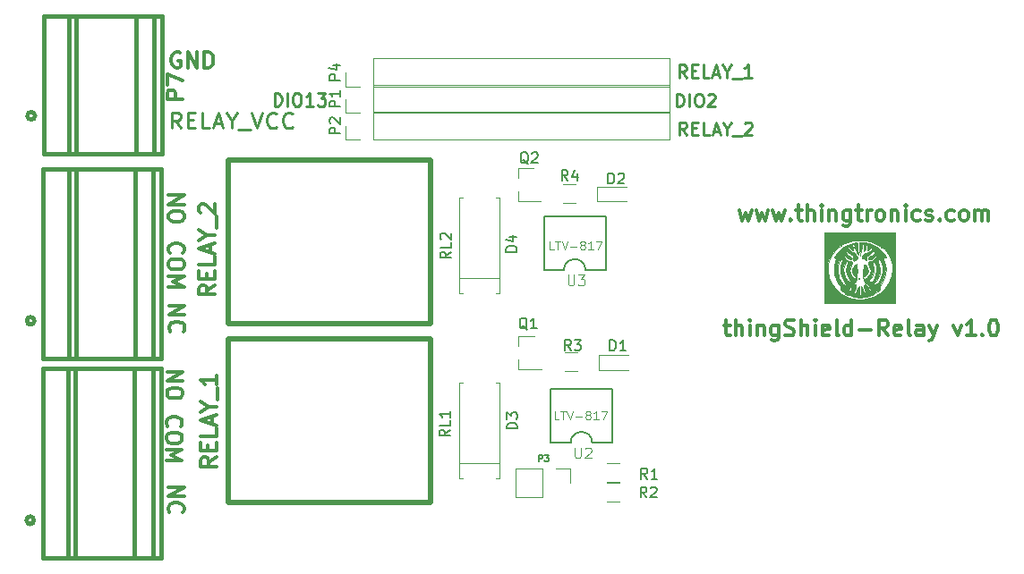
<source format=gbr>
G04 #@! TF.FileFunction,Legend,Top*
%FSLAX46Y46*%
G04 Gerber Fmt 4.6, Leading zero omitted, Abs format (unit mm)*
G04 Created by KiCad (PCBNEW 4.0.4-stable) date 04/20/17 14:33:44*
%MOMM*%
%LPD*%
G01*
G04 APERTURE LIST*
%ADD10C,0.100000*%
%ADD11C,0.300000*%
%ADD12C,0.250000*%
%ADD13C,0.120000*%
%ADD14C,0.500000*%
%ADD15C,0.152400*%
%ADD16C,0.381000*%
%ADD17C,0.010000*%
%ADD18C,0.150000*%
%ADD19C,0.050000*%
G04 APERTURE END LIST*
D10*
D11*
X213972856Y-70918571D02*
X214258570Y-71918571D01*
X214544284Y-71204286D01*
X214829999Y-71918571D01*
X215115713Y-70918571D01*
X215544285Y-70918571D02*
X215829999Y-71918571D01*
X216115713Y-71204286D01*
X216401428Y-71918571D01*
X216687142Y-70918571D01*
X217115714Y-70918571D02*
X217401428Y-71918571D01*
X217687142Y-71204286D01*
X217972857Y-71918571D01*
X218258571Y-70918571D01*
X218830000Y-71775714D02*
X218901428Y-71847143D01*
X218830000Y-71918571D01*
X218758571Y-71847143D01*
X218830000Y-71775714D01*
X218830000Y-71918571D01*
X219330000Y-70918571D02*
X219901429Y-70918571D01*
X219544286Y-70418571D02*
X219544286Y-71704286D01*
X219615714Y-71847143D01*
X219758572Y-71918571D01*
X219901429Y-71918571D01*
X220401429Y-71918571D02*
X220401429Y-70418571D01*
X221044286Y-71918571D02*
X221044286Y-71132857D01*
X220972857Y-70990000D01*
X220830000Y-70918571D01*
X220615715Y-70918571D01*
X220472857Y-70990000D01*
X220401429Y-71061429D01*
X221758572Y-71918571D02*
X221758572Y-70918571D01*
X221758572Y-70418571D02*
X221687143Y-70490000D01*
X221758572Y-70561429D01*
X221830000Y-70490000D01*
X221758572Y-70418571D01*
X221758572Y-70561429D01*
X222472858Y-70918571D02*
X222472858Y-71918571D01*
X222472858Y-71061429D02*
X222544286Y-70990000D01*
X222687144Y-70918571D01*
X222901429Y-70918571D01*
X223044286Y-70990000D01*
X223115715Y-71132857D01*
X223115715Y-71918571D01*
X224472858Y-70918571D02*
X224472858Y-72132857D01*
X224401429Y-72275714D01*
X224330001Y-72347143D01*
X224187144Y-72418571D01*
X223972858Y-72418571D01*
X223830001Y-72347143D01*
X224472858Y-71847143D02*
X224330001Y-71918571D01*
X224044287Y-71918571D01*
X223901429Y-71847143D01*
X223830001Y-71775714D01*
X223758572Y-71632857D01*
X223758572Y-71204286D01*
X223830001Y-71061429D01*
X223901429Y-70990000D01*
X224044287Y-70918571D01*
X224330001Y-70918571D01*
X224472858Y-70990000D01*
X224972858Y-70918571D02*
X225544287Y-70918571D01*
X225187144Y-70418571D02*
X225187144Y-71704286D01*
X225258572Y-71847143D01*
X225401430Y-71918571D01*
X225544287Y-71918571D01*
X226044287Y-71918571D02*
X226044287Y-70918571D01*
X226044287Y-71204286D02*
X226115715Y-71061429D01*
X226187144Y-70990000D01*
X226330001Y-70918571D01*
X226472858Y-70918571D01*
X227187144Y-71918571D02*
X227044286Y-71847143D01*
X226972858Y-71775714D01*
X226901429Y-71632857D01*
X226901429Y-71204286D01*
X226972858Y-71061429D01*
X227044286Y-70990000D01*
X227187144Y-70918571D01*
X227401429Y-70918571D01*
X227544286Y-70990000D01*
X227615715Y-71061429D01*
X227687144Y-71204286D01*
X227687144Y-71632857D01*
X227615715Y-71775714D01*
X227544286Y-71847143D01*
X227401429Y-71918571D01*
X227187144Y-71918571D01*
X228330001Y-70918571D02*
X228330001Y-71918571D01*
X228330001Y-71061429D02*
X228401429Y-70990000D01*
X228544287Y-70918571D01*
X228758572Y-70918571D01*
X228901429Y-70990000D01*
X228972858Y-71132857D01*
X228972858Y-71918571D01*
X229687144Y-71918571D02*
X229687144Y-70918571D01*
X229687144Y-70418571D02*
X229615715Y-70490000D01*
X229687144Y-70561429D01*
X229758572Y-70490000D01*
X229687144Y-70418571D01*
X229687144Y-70561429D01*
X231044287Y-71847143D02*
X230901430Y-71918571D01*
X230615716Y-71918571D01*
X230472858Y-71847143D01*
X230401430Y-71775714D01*
X230330001Y-71632857D01*
X230330001Y-71204286D01*
X230401430Y-71061429D01*
X230472858Y-70990000D01*
X230615716Y-70918571D01*
X230901430Y-70918571D01*
X231044287Y-70990000D01*
X231615715Y-71847143D02*
X231758572Y-71918571D01*
X232044287Y-71918571D01*
X232187144Y-71847143D01*
X232258572Y-71704286D01*
X232258572Y-71632857D01*
X232187144Y-71490000D01*
X232044287Y-71418571D01*
X231830001Y-71418571D01*
X231687144Y-71347143D01*
X231615715Y-71204286D01*
X231615715Y-71132857D01*
X231687144Y-70990000D01*
X231830001Y-70918571D01*
X232044287Y-70918571D01*
X232187144Y-70990000D01*
X232901430Y-71775714D02*
X232972858Y-71847143D01*
X232901430Y-71918571D01*
X232830001Y-71847143D01*
X232901430Y-71775714D01*
X232901430Y-71918571D01*
X234258573Y-71847143D02*
X234115716Y-71918571D01*
X233830002Y-71918571D01*
X233687144Y-71847143D01*
X233615716Y-71775714D01*
X233544287Y-71632857D01*
X233544287Y-71204286D01*
X233615716Y-71061429D01*
X233687144Y-70990000D01*
X233830002Y-70918571D01*
X234115716Y-70918571D01*
X234258573Y-70990000D01*
X235115716Y-71918571D02*
X234972858Y-71847143D01*
X234901430Y-71775714D01*
X234830001Y-71632857D01*
X234830001Y-71204286D01*
X234901430Y-71061429D01*
X234972858Y-70990000D01*
X235115716Y-70918571D01*
X235330001Y-70918571D01*
X235472858Y-70990000D01*
X235544287Y-71061429D01*
X235615716Y-71204286D01*
X235615716Y-71632857D01*
X235544287Y-71775714D01*
X235472858Y-71847143D01*
X235330001Y-71918571D01*
X235115716Y-71918571D01*
X236258573Y-71918571D02*
X236258573Y-70918571D01*
X236258573Y-71061429D02*
X236330001Y-70990000D01*
X236472859Y-70918571D01*
X236687144Y-70918571D01*
X236830001Y-70990000D01*
X236901430Y-71132857D01*
X236901430Y-71918571D01*
X236901430Y-71132857D02*
X236972859Y-70990000D01*
X237115716Y-70918571D01*
X237330001Y-70918571D01*
X237472859Y-70990000D01*
X237544287Y-71132857D01*
X237544287Y-71918571D01*
X212514286Y-81798571D02*
X213085715Y-81798571D01*
X212728572Y-81298571D02*
X212728572Y-82584286D01*
X212800000Y-82727143D01*
X212942858Y-82798571D01*
X213085715Y-82798571D01*
X213585715Y-82798571D02*
X213585715Y-81298571D01*
X214228572Y-82798571D02*
X214228572Y-82012857D01*
X214157143Y-81870000D01*
X214014286Y-81798571D01*
X213800001Y-81798571D01*
X213657143Y-81870000D01*
X213585715Y-81941429D01*
X214942858Y-82798571D02*
X214942858Y-81798571D01*
X214942858Y-81298571D02*
X214871429Y-81370000D01*
X214942858Y-81441429D01*
X215014286Y-81370000D01*
X214942858Y-81298571D01*
X214942858Y-81441429D01*
X215657144Y-81798571D02*
X215657144Y-82798571D01*
X215657144Y-81941429D02*
X215728572Y-81870000D01*
X215871430Y-81798571D01*
X216085715Y-81798571D01*
X216228572Y-81870000D01*
X216300001Y-82012857D01*
X216300001Y-82798571D01*
X217657144Y-81798571D02*
X217657144Y-83012857D01*
X217585715Y-83155714D01*
X217514287Y-83227143D01*
X217371430Y-83298571D01*
X217157144Y-83298571D01*
X217014287Y-83227143D01*
X217657144Y-82727143D02*
X217514287Y-82798571D01*
X217228573Y-82798571D01*
X217085715Y-82727143D01*
X217014287Y-82655714D01*
X216942858Y-82512857D01*
X216942858Y-82084286D01*
X217014287Y-81941429D01*
X217085715Y-81870000D01*
X217228573Y-81798571D01*
X217514287Y-81798571D01*
X217657144Y-81870000D01*
X218300001Y-82727143D02*
X218514287Y-82798571D01*
X218871430Y-82798571D01*
X219014287Y-82727143D01*
X219085716Y-82655714D01*
X219157144Y-82512857D01*
X219157144Y-82370000D01*
X219085716Y-82227143D01*
X219014287Y-82155714D01*
X218871430Y-82084286D01*
X218585716Y-82012857D01*
X218442858Y-81941429D01*
X218371430Y-81870000D01*
X218300001Y-81727143D01*
X218300001Y-81584286D01*
X218371430Y-81441429D01*
X218442858Y-81370000D01*
X218585716Y-81298571D01*
X218942858Y-81298571D01*
X219157144Y-81370000D01*
X219800001Y-82798571D02*
X219800001Y-81298571D01*
X220442858Y-82798571D02*
X220442858Y-82012857D01*
X220371429Y-81870000D01*
X220228572Y-81798571D01*
X220014287Y-81798571D01*
X219871429Y-81870000D01*
X219800001Y-81941429D01*
X221157144Y-82798571D02*
X221157144Y-81798571D01*
X221157144Y-81298571D02*
X221085715Y-81370000D01*
X221157144Y-81441429D01*
X221228572Y-81370000D01*
X221157144Y-81298571D01*
X221157144Y-81441429D01*
X222442858Y-82727143D02*
X222300001Y-82798571D01*
X222014287Y-82798571D01*
X221871430Y-82727143D01*
X221800001Y-82584286D01*
X221800001Y-82012857D01*
X221871430Y-81870000D01*
X222014287Y-81798571D01*
X222300001Y-81798571D01*
X222442858Y-81870000D01*
X222514287Y-82012857D01*
X222514287Y-82155714D01*
X221800001Y-82298571D01*
X223371430Y-82798571D02*
X223228572Y-82727143D01*
X223157144Y-82584286D01*
X223157144Y-81298571D01*
X224585715Y-82798571D02*
X224585715Y-81298571D01*
X224585715Y-82727143D02*
X224442858Y-82798571D01*
X224157144Y-82798571D01*
X224014286Y-82727143D01*
X223942858Y-82655714D01*
X223871429Y-82512857D01*
X223871429Y-82084286D01*
X223942858Y-81941429D01*
X224014286Y-81870000D01*
X224157144Y-81798571D01*
X224442858Y-81798571D01*
X224585715Y-81870000D01*
X225300001Y-82227143D02*
X226442858Y-82227143D01*
X228014287Y-82798571D02*
X227514287Y-82084286D01*
X227157144Y-82798571D02*
X227157144Y-81298571D01*
X227728572Y-81298571D01*
X227871430Y-81370000D01*
X227942858Y-81441429D01*
X228014287Y-81584286D01*
X228014287Y-81798571D01*
X227942858Y-81941429D01*
X227871430Y-82012857D01*
X227728572Y-82084286D01*
X227157144Y-82084286D01*
X229228572Y-82727143D02*
X229085715Y-82798571D01*
X228800001Y-82798571D01*
X228657144Y-82727143D01*
X228585715Y-82584286D01*
X228585715Y-82012857D01*
X228657144Y-81870000D01*
X228800001Y-81798571D01*
X229085715Y-81798571D01*
X229228572Y-81870000D01*
X229300001Y-82012857D01*
X229300001Y-82155714D01*
X228585715Y-82298571D01*
X230157144Y-82798571D02*
X230014286Y-82727143D01*
X229942858Y-82584286D01*
X229942858Y-81298571D01*
X231371429Y-82798571D02*
X231371429Y-82012857D01*
X231300000Y-81870000D01*
X231157143Y-81798571D01*
X230871429Y-81798571D01*
X230728572Y-81870000D01*
X231371429Y-82727143D02*
X231228572Y-82798571D01*
X230871429Y-82798571D01*
X230728572Y-82727143D01*
X230657143Y-82584286D01*
X230657143Y-82441429D01*
X230728572Y-82298571D01*
X230871429Y-82227143D01*
X231228572Y-82227143D01*
X231371429Y-82155714D01*
X231942858Y-81798571D02*
X232300001Y-82798571D01*
X232657143Y-81798571D02*
X232300001Y-82798571D01*
X232157143Y-83155714D01*
X232085715Y-83227143D01*
X231942858Y-83298571D01*
X234228572Y-81798571D02*
X234585715Y-82798571D01*
X234942857Y-81798571D01*
X236300000Y-82798571D02*
X235442857Y-82798571D01*
X235871429Y-82798571D02*
X235871429Y-81298571D01*
X235728572Y-81512857D01*
X235585714Y-81655714D01*
X235442857Y-81727143D01*
X236942857Y-82655714D02*
X237014285Y-82727143D01*
X236942857Y-82798571D01*
X236871428Y-82727143D01*
X236942857Y-82655714D01*
X236942857Y-82798571D01*
X237942857Y-81298571D02*
X238085714Y-81298571D01*
X238228571Y-81370000D01*
X238300000Y-81441429D01*
X238371429Y-81584286D01*
X238442857Y-81870000D01*
X238442857Y-82227143D01*
X238371429Y-82512857D01*
X238300000Y-82655714D01*
X238228571Y-82727143D01*
X238085714Y-82798571D01*
X237942857Y-82798571D01*
X237800000Y-82727143D01*
X237728571Y-82655714D01*
X237657143Y-82512857D01*
X237585714Y-82227143D01*
X237585714Y-81870000D01*
X237657143Y-81584286D01*
X237728571Y-81441429D01*
X237800000Y-81370000D01*
X237942857Y-81298571D01*
D12*
X169998571Y-61052857D02*
X169998571Y-59852857D01*
X170284286Y-59852857D01*
X170455714Y-59910000D01*
X170570000Y-60024286D01*
X170627143Y-60138571D01*
X170684286Y-60367143D01*
X170684286Y-60538571D01*
X170627143Y-60767143D01*
X170570000Y-60881429D01*
X170455714Y-60995714D01*
X170284286Y-61052857D01*
X169998571Y-61052857D01*
X171198571Y-61052857D02*
X171198571Y-59852857D01*
X171998572Y-59852857D02*
X172227143Y-59852857D01*
X172341429Y-59910000D01*
X172455715Y-60024286D01*
X172512857Y-60252857D01*
X172512857Y-60652857D01*
X172455715Y-60881429D01*
X172341429Y-60995714D01*
X172227143Y-61052857D01*
X171998572Y-61052857D01*
X171884286Y-60995714D01*
X171770000Y-60881429D01*
X171712857Y-60652857D01*
X171712857Y-60252857D01*
X171770000Y-60024286D01*
X171884286Y-59910000D01*
X171998572Y-59852857D01*
X173655715Y-61052857D02*
X172970000Y-61052857D01*
X173312858Y-61052857D02*
X173312858Y-59852857D01*
X173198572Y-60024286D01*
X173084286Y-60138571D01*
X172970000Y-60195714D01*
X174055715Y-59852857D02*
X174798572Y-59852857D01*
X174398572Y-60310000D01*
X174570000Y-60310000D01*
X174684286Y-60367143D01*
X174741429Y-60424286D01*
X174798572Y-60538571D01*
X174798572Y-60824286D01*
X174741429Y-60938571D01*
X174684286Y-60995714D01*
X174570000Y-61052857D01*
X174227143Y-61052857D01*
X174112857Y-60995714D01*
X174055715Y-60938571D01*
X208030000Y-61102857D02*
X208030000Y-59902857D01*
X208315715Y-59902857D01*
X208487143Y-59960000D01*
X208601429Y-60074286D01*
X208658572Y-60188571D01*
X208715715Y-60417143D01*
X208715715Y-60588571D01*
X208658572Y-60817143D01*
X208601429Y-60931429D01*
X208487143Y-61045714D01*
X208315715Y-61102857D01*
X208030000Y-61102857D01*
X209230000Y-61102857D02*
X209230000Y-59902857D01*
X210030001Y-59902857D02*
X210258572Y-59902857D01*
X210372858Y-59960000D01*
X210487144Y-60074286D01*
X210544286Y-60302857D01*
X210544286Y-60702857D01*
X210487144Y-60931429D01*
X210372858Y-61045714D01*
X210258572Y-61102857D01*
X210030001Y-61102857D01*
X209915715Y-61045714D01*
X209801429Y-60931429D01*
X209744286Y-60702857D01*
X209744286Y-60302857D01*
X209801429Y-60074286D01*
X209915715Y-59960000D01*
X210030001Y-59902857D01*
X211001429Y-60017143D02*
X211058572Y-59960000D01*
X211172858Y-59902857D01*
X211458572Y-59902857D01*
X211572858Y-59960000D01*
X211630001Y-60017143D01*
X211687144Y-60131429D01*
X211687144Y-60245714D01*
X211630001Y-60417143D01*
X210944287Y-61102857D01*
X211687144Y-61102857D01*
X208985715Y-63792857D02*
X208585715Y-63221429D01*
X208300000Y-63792857D02*
X208300000Y-62592857D01*
X208757143Y-62592857D01*
X208871429Y-62650000D01*
X208928572Y-62707143D01*
X208985715Y-62821429D01*
X208985715Y-62992857D01*
X208928572Y-63107143D01*
X208871429Y-63164286D01*
X208757143Y-63221429D01*
X208300000Y-63221429D01*
X209500000Y-63164286D02*
X209900000Y-63164286D01*
X210071429Y-63792857D02*
X209500000Y-63792857D01*
X209500000Y-62592857D01*
X210071429Y-62592857D01*
X211157143Y-63792857D02*
X210585714Y-63792857D01*
X210585714Y-62592857D01*
X211500000Y-63450000D02*
X212071429Y-63450000D01*
X211385715Y-63792857D02*
X211785715Y-62592857D01*
X212185715Y-63792857D01*
X212814286Y-63221429D02*
X212814286Y-63792857D01*
X212414286Y-62592857D02*
X212814286Y-63221429D01*
X213214286Y-62592857D01*
X213328571Y-63907143D02*
X214242857Y-63907143D01*
X214471428Y-62707143D02*
X214528571Y-62650000D01*
X214642857Y-62592857D01*
X214928571Y-62592857D01*
X215042857Y-62650000D01*
X215100000Y-62707143D01*
X215157143Y-62821429D01*
X215157143Y-62935714D01*
X215100000Y-63107143D01*
X214414286Y-63792857D01*
X215157143Y-63792857D01*
X208945715Y-58352857D02*
X208545715Y-57781429D01*
X208260000Y-58352857D02*
X208260000Y-57152857D01*
X208717143Y-57152857D01*
X208831429Y-57210000D01*
X208888572Y-57267143D01*
X208945715Y-57381429D01*
X208945715Y-57552857D01*
X208888572Y-57667143D01*
X208831429Y-57724286D01*
X208717143Y-57781429D01*
X208260000Y-57781429D01*
X209460000Y-57724286D02*
X209860000Y-57724286D01*
X210031429Y-58352857D02*
X209460000Y-58352857D01*
X209460000Y-57152857D01*
X210031429Y-57152857D01*
X211117143Y-58352857D02*
X210545714Y-58352857D01*
X210545714Y-57152857D01*
X211460000Y-58010000D02*
X212031429Y-58010000D01*
X211345715Y-58352857D02*
X211745715Y-57152857D01*
X212145715Y-58352857D01*
X212774286Y-57781429D02*
X212774286Y-58352857D01*
X212374286Y-57152857D02*
X212774286Y-57781429D01*
X213174286Y-57152857D01*
X213288571Y-58467143D02*
X214202857Y-58467143D01*
X215117143Y-58352857D02*
X214431428Y-58352857D01*
X214774286Y-58352857D02*
X214774286Y-57152857D01*
X214660000Y-57324286D01*
X214545714Y-57438571D01*
X214431428Y-57495714D01*
X161148572Y-63168571D02*
X160648572Y-62454286D01*
X160291429Y-63168571D02*
X160291429Y-61668571D01*
X160862857Y-61668571D01*
X161005715Y-61740000D01*
X161077143Y-61811429D01*
X161148572Y-61954286D01*
X161148572Y-62168571D01*
X161077143Y-62311429D01*
X161005715Y-62382857D01*
X160862857Y-62454286D01*
X160291429Y-62454286D01*
X161791429Y-62382857D02*
X162291429Y-62382857D01*
X162505715Y-63168571D02*
X161791429Y-63168571D01*
X161791429Y-61668571D01*
X162505715Y-61668571D01*
X163862858Y-63168571D02*
X163148572Y-63168571D01*
X163148572Y-61668571D01*
X164291429Y-62740000D02*
X165005715Y-62740000D01*
X164148572Y-63168571D02*
X164648572Y-61668571D01*
X165148572Y-63168571D01*
X165934286Y-62454286D02*
X165934286Y-63168571D01*
X165434286Y-61668571D02*
X165934286Y-62454286D01*
X166434286Y-61668571D01*
X166577143Y-63311429D02*
X167720000Y-63311429D01*
X167862857Y-61668571D02*
X168362857Y-63168571D01*
X168862857Y-61668571D01*
X170220000Y-63025714D02*
X170148571Y-63097143D01*
X169934285Y-63168571D01*
X169791428Y-63168571D01*
X169577143Y-63097143D01*
X169434285Y-62954286D01*
X169362857Y-62811429D01*
X169291428Y-62525714D01*
X169291428Y-62311429D01*
X169362857Y-62025714D01*
X169434285Y-61882857D01*
X169577143Y-61740000D01*
X169791428Y-61668571D01*
X169934285Y-61668571D01*
X170148571Y-61740000D01*
X170220000Y-61811429D01*
X171720000Y-63025714D02*
X171648571Y-63097143D01*
X171434285Y-63168571D01*
X171291428Y-63168571D01*
X171077143Y-63097143D01*
X170934285Y-62954286D01*
X170862857Y-62811429D01*
X170791428Y-62525714D01*
X170791428Y-62311429D01*
X170862857Y-62025714D01*
X170934285Y-61882857D01*
X171077143Y-61740000D01*
X171291428Y-61668571D01*
X171434285Y-61668571D01*
X171648571Y-61740000D01*
X171720000Y-61811429D01*
D11*
X161077143Y-56010000D02*
X160934286Y-55938571D01*
X160720000Y-55938571D01*
X160505715Y-56010000D01*
X160362857Y-56152857D01*
X160291429Y-56295714D01*
X160220000Y-56581429D01*
X160220000Y-56795714D01*
X160291429Y-57081429D01*
X160362857Y-57224286D01*
X160505715Y-57367143D01*
X160720000Y-57438571D01*
X160862857Y-57438571D01*
X161077143Y-57367143D01*
X161148572Y-57295714D01*
X161148572Y-56795714D01*
X160862857Y-56795714D01*
X161791429Y-57438571D02*
X161791429Y-55938571D01*
X162648572Y-57438571D01*
X162648572Y-55938571D01*
X163362858Y-57438571D02*
X163362858Y-55938571D01*
X163720001Y-55938571D01*
X163934286Y-56010000D01*
X164077144Y-56152857D01*
X164148572Y-56295714D01*
X164220001Y-56581429D01*
X164220001Y-56795714D01*
X164148572Y-57081429D01*
X164077144Y-57224286D01*
X163934286Y-57367143D01*
X163720001Y-57438571D01*
X163362858Y-57438571D01*
X160011429Y-79981429D02*
X161511429Y-79981429D01*
X160011429Y-80838572D01*
X161511429Y-80838572D01*
X160154286Y-82410001D02*
X160082857Y-82338572D01*
X160011429Y-82124286D01*
X160011429Y-81981429D01*
X160082857Y-81767144D01*
X160225714Y-81624286D01*
X160368571Y-81552858D01*
X160654286Y-81481429D01*
X160868571Y-81481429D01*
X161154286Y-81552858D01*
X161297143Y-81624286D01*
X161440000Y-81767144D01*
X161511429Y-81981429D01*
X161511429Y-82124286D01*
X161440000Y-82338572D01*
X161368571Y-82410001D01*
X159904286Y-91401429D02*
X159832857Y-91330000D01*
X159761429Y-91115714D01*
X159761429Y-90972857D01*
X159832857Y-90758572D01*
X159975714Y-90615714D01*
X160118571Y-90544286D01*
X160404286Y-90472857D01*
X160618571Y-90472857D01*
X160904286Y-90544286D01*
X161047143Y-90615714D01*
X161190000Y-90758572D01*
X161261429Y-90972857D01*
X161261429Y-91115714D01*
X161190000Y-91330000D01*
X161118571Y-91401429D01*
X161261429Y-92330000D02*
X161261429Y-92615714D01*
X161190000Y-92758572D01*
X161047143Y-92901429D01*
X160761429Y-92972857D01*
X160261429Y-92972857D01*
X159975714Y-92901429D01*
X159832857Y-92758572D01*
X159761429Y-92615714D01*
X159761429Y-92330000D01*
X159832857Y-92187143D01*
X159975714Y-92044286D01*
X160261429Y-91972857D01*
X160761429Y-91972857D01*
X161047143Y-92044286D01*
X161190000Y-92187143D01*
X161261429Y-92330000D01*
X159761429Y-93615715D02*
X161261429Y-93615715D01*
X160190000Y-94115715D01*
X161261429Y-94615715D01*
X159761429Y-94615715D01*
X159981429Y-69515714D02*
X161481429Y-69515714D01*
X159981429Y-70372857D01*
X161481429Y-70372857D01*
X161481429Y-71372857D02*
X161481429Y-71658571D01*
X161410000Y-71801429D01*
X161267143Y-71944286D01*
X160981429Y-72015714D01*
X160481429Y-72015714D01*
X160195714Y-71944286D01*
X160052857Y-71801429D01*
X159981429Y-71658571D01*
X159981429Y-71372857D01*
X160052857Y-71230000D01*
X160195714Y-71087143D01*
X160481429Y-71015714D01*
X160981429Y-71015714D01*
X161267143Y-71087143D01*
X161410000Y-71230000D01*
X161481429Y-71372857D01*
X159831429Y-86235714D02*
X161331429Y-86235714D01*
X159831429Y-87092857D01*
X161331429Y-87092857D01*
X161331429Y-88092857D02*
X161331429Y-88378571D01*
X161260000Y-88521429D01*
X161117143Y-88664286D01*
X160831429Y-88735714D01*
X160331429Y-88735714D01*
X160045714Y-88664286D01*
X159902857Y-88521429D01*
X159831429Y-88378571D01*
X159831429Y-88092857D01*
X159902857Y-87950000D01*
X160045714Y-87807143D01*
X160331429Y-87735714D01*
X160831429Y-87735714D01*
X161117143Y-87807143D01*
X161260000Y-87950000D01*
X161331429Y-88092857D01*
X160104286Y-74971429D02*
X160032857Y-74900000D01*
X159961429Y-74685714D01*
X159961429Y-74542857D01*
X160032857Y-74328572D01*
X160175714Y-74185714D01*
X160318571Y-74114286D01*
X160604286Y-74042857D01*
X160818571Y-74042857D01*
X161104286Y-74114286D01*
X161247143Y-74185714D01*
X161390000Y-74328572D01*
X161461429Y-74542857D01*
X161461429Y-74685714D01*
X161390000Y-74900000D01*
X161318571Y-74971429D01*
X161461429Y-75900000D02*
X161461429Y-76185714D01*
X161390000Y-76328572D01*
X161247143Y-76471429D01*
X160961429Y-76542857D01*
X160461429Y-76542857D01*
X160175714Y-76471429D01*
X160032857Y-76328572D01*
X159961429Y-76185714D01*
X159961429Y-75900000D01*
X160032857Y-75757143D01*
X160175714Y-75614286D01*
X160461429Y-75542857D01*
X160961429Y-75542857D01*
X161247143Y-75614286D01*
X161390000Y-75757143D01*
X161461429Y-75900000D01*
X159961429Y-77185715D02*
X161461429Y-77185715D01*
X160390000Y-77685715D01*
X161461429Y-78185715D01*
X159961429Y-78185715D01*
X159931429Y-97131429D02*
X161431429Y-97131429D01*
X159931429Y-97988572D01*
X161431429Y-97988572D01*
X160074286Y-99560001D02*
X160002857Y-99488572D01*
X159931429Y-99274286D01*
X159931429Y-99131429D01*
X160002857Y-98917144D01*
X160145714Y-98774286D01*
X160288571Y-98702858D01*
X160574286Y-98631429D01*
X160788571Y-98631429D01*
X161074286Y-98702858D01*
X161217143Y-98774286D01*
X161360000Y-98917144D01*
X161431429Y-99131429D01*
X161431429Y-99274286D01*
X161360000Y-99488572D01*
X161288571Y-99560001D01*
D13*
X200640000Y-84630000D02*
X200640000Y-86030000D01*
X200640000Y-86030000D02*
X203440000Y-86030000D01*
X200640000Y-84630000D02*
X203440000Y-84630000D01*
X200490000Y-68710000D02*
X200490000Y-70110000D01*
X200490000Y-70110000D02*
X203290000Y-70110000D01*
X200490000Y-68710000D02*
X203290000Y-68710000D01*
X187800000Y-96300000D02*
X187470000Y-96300000D01*
X187470000Y-96300000D02*
X187470000Y-87280000D01*
X187470000Y-87280000D02*
X187800000Y-87280000D01*
X190960000Y-96300000D02*
X191290000Y-96300000D01*
X191290000Y-96300000D02*
X191290000Y-87280000D01*
X191290000Y-87280000D02*
X190960000Y-87280000D01*
X187470000Y-94905000D02*
X191290000Y-94905000D01*
X187800000Y-78770000D02*
X187470000Y-78770000D01*
X187470000Y-78770000D02*
X187470000Y-69750000D01*
X187470000Y-69750000D02*
X187800000Y-69750000D01*
X190960000Y-78770000D02*
X191290000Y-78770000D01*
X191290000Y-78770000D02*
X191290000Y-69750000D01*
X191290000Y-69750000D02*
X190960000Y-69750000D01*
X187470000Y-77375000D02*
X191290000Y-77375000D01*
X179340000Y-61720000D02*
X207340000Y-61720000D01*
X207340000Y-61720000D02*
X207340000Y-59060000D01*
X207340000Y-59060000D02*
X179340000Y-59060000D01*
X179340000Y-59060000D02*
X179340000Y-61720000D01*
X178070000Y-61720000D02*
X176740000Y-61720000D01*
X176740000Y-61720000D02*
X176740000Y-60390000D01*
X179340000Y-64260000D02*
X207340000Y-64260000D01*
X207340000Y-64260000D02*
X207340000Y-61600000D01*
X207340000Y-61600000D02*
X179340000Y-61600000D01*
X179340000Y-61600000D02*
X179340000Y-64260000D01*
X178070000Y-64260000D02*
X176740000Y-64260000D01*
X176740000Y-64260000D02*
X176740000Y-62930000D01*
X195380000Y-95400000D02*
X192780000Y-95400000D01*
X192780000Y-95400000D02*
X192780000Y-98060000D01*
X192780000Y-98060000D02*
X195380000Y-98060000D01*
X195380000Y-98060000D02*
X195380000Y-95400000D01*
X196650000Y-95400000D02*
X197980000Y-95400000D01*
X197980000Y-95400000D02*
X197980000Y-96730000D01*
X179340000Y-59200000D02*
X207340000Y-59200000D01*
X207340000Y-59200000D02*
X207340000Y-56540000D01*
X207340000Y-56540000D02*
X179340000Y-56540000D01*
X179340000Y-56540000D02*
X179340000Y-59200000D01*
X178070000Y-59200000D02*
X176740000Y-59200000D01*
X176740000Y-59200000D02*
X176740000Y-57870000D01*
X193080000Y-82840000D02*
X193080000Y-83770000D01*
X193080000Y-86000000D02*
X193080000Y-85070000D01*
X193080000Y-86000000D02*
X195240000Y-86000000D01*
X193080000Y-82840000D02*
X194540000Y-82840000D01*
X193040000Y-66940000D02*
X193040000Y-67870000D01*
X193040000Y-70100000D02*
X193040000Y-69170000D01*
X193040000Y-70100000D02*
X195200000Y-70100000D01*
X193040000Y-66940000D02*
X194500000Y-66940000D01*
X201452109Y-94866741D02*
X202652109Y-94866741D01*
X202652109Y-96626741D02*
X201452109Y-96626741D01*
X201452109Y-96726741D02*
X202652109Y-96726741D01*
X202652109Y-98486741D02*
X201452109Y-98486741D01*
X198660000Y-86160000D02*
X197460000Y-86160000D01*
X197460000Y-84400000D02*
X198660000Y-84400000D01*
X198510000Y-70240000D02*
X197310000Y-70240000D01*
X197310000Y-68480000D02*
X198510000Y-68480000D01*
D14*
X184720000Y-98630000D02*
X165620000Y-98630000D01*
X184720000Y-83130000D02*
X184720000Y-98630000D01*
X165620000Y-83130000D02*
X184720000Y-83130000D01*
X165620000Y-98630000D02*
X165620000Y-83130000D01*
X184740000Y-81700000D02*
X165640000Y-81700000D01*
X184740000Y-66200000D02*
X184740000Y-81700000D01*
X165640000Y-66200000D02*
X184740000Y-66200000D01*
X165640000Y-81700000D02*
X165640000Y-66200000D01*
D15*
X196109000Y-87860000D02*
X196109000Y-92940000D01*
X201951000Y-92940000D02*
X201951000Y-87860000D01*
X196109000Y-87860000D02*
X201951000Y-87860000D01*
X196109000Y-92940000D02*
X198014000Y-92940000D01*
X201951000Y-92940000D02*
X200046000Y-92940000D01*
X198014000Y-92940000D02*
G75*
G02X200046000Y-92940000I1016000J0D01*
G01*
X195469000Y-71500000D02*
X195469000Y-76580000D01*
X201311000Y-76580000D02*
X201311000Y-71500000D01*
X195469000Y-71500000D02*
X201311000Y-71500000D01*
X195469000Y-76580000D02*
X197374000Y-76580000D01*
X201311000Y-76580000D02*
X199406000Y-76580000D01*
X197374000Y-76580000D02*
G75*
G02X199406000Y-76580000I1016000J0D01*
G01*
D16*
X147290555Y-81400000D02*
G75*
G03X147290555Y-81400000I-360555J0D01*
G01*
X148110000Y-67000000D02*
X159310000Y-67000000D01*
X150510000Y-85000000D02*
X150510000Y-67000000D01*
X156810000Y-85000000D02*
X156810000Y-67000000D01*
X151210000Y-85000000D02*
X151210000Y-67000000D01*
X158510000Y-85000000D02*
X158510000Y-67000000D01*
X159310000Y-85000000D02*
X159310000Y-67000000D01*
X148110000Y-85000000D02*
X148110000Y-67000000D01*
X148110000Y-85000000D02*
X159310000Y-85000000D01*
X147250555Y-100290000D02*
G75*
G03X147250555Y-100290000I-360555J0D01*
G01*
X148070000Y-85890000D02*
X159270000Y-85890000D01*
X150470000Y-103890000D02*
X150470000Y-85890000D01*
X156770000Y-103890000D02*
X156770000Y-85890000D01*
X151170000Y-103890000D02*
X151170000Y-85890000D01*
X158470000Y-103890000D02*
X158470000Y-85890000D01*
X159270000Y-103890000D02*
X159270000Y-85890000D01*
X148070000Y-103890000D02*
X148070000Y-85890000D01*
X148070000Y-103890000D02*
X159270000Y-103890000D01*
X147340555Y-61990000D02*
G75*
G03X147340555Y-61990000I-360555J0D01*
G01*
X148160000Y-52510000D02*
X159360000Y-52510000D01*
X150560000Y-65590000D02*
X150560000Y-52510000D01*
X156860000Y-65590000D02*
X156860000Y-52510000D01*
X151260000Y-65590000D02*
X151260000Y-52510000D01*
X158560000Y-65590000D02*
X158560000Y-52510000D01*
X159360000Y-65590000D02*
X159360000Y-52590000D01*
X148160000Y-65590000D02*
X148160000Y-52510000D01*
X148160000Y-65590000D02*
X159360000Y-65590000D01*
D17*
G36*
X228696666Y-79756666D02*
X222008000Y-79756666D01*
X222008000Y-76665377D01*
X222359415Y-76665377D01*
X222360412Y-76683193D01*
X222460757Y-77301690D01*
X222695237Y-77849418D01*
X223079566Y-78360246D01*
X223193503Y-78478773D01*
X223628963Y-78852178D01*
X224092055Y-79109298D01*
X224647303Y-79284944D01*
X224717333Y-79300909D01*
X225088404Y-79375236D01*
X225369911Y-79404462D01*
X225635161Y-79389830D01*
X225957456Y-79332581D01*
X226004332Y-79322719D01*
X226696090Y-79102469D01*
X227292220Y-78764316D01*
X227778849Y-78323919D01*
X228142103Y-77796940D01*
X228368112Y-77199040D01*
X228443085Y-76569562D01*
X228415259Y-76134907D01*
X228340783Y-75726570D01*
X228295055Y-75574861D01*
X228178078Y-75322699D01*
X228011524Y-75052275D01*
X227823098Y-74798423D01*
X227640507Y-74595980D01*
X227491454Y-74479779D01*
X227417060Y-74470937D01*
X227359392Y-74454245D01*
X227361068Y-74407793D01*
X227313704Y-74312184D01*
X227242142Y-74294586D01*
X227078126Y-74252406D01*
X227030475Y-74217512D01*
X227020400Y-74180890D01*
X227066833Y-74202422D01*
X227160917Y-74231779D01*
X227172666Y-74217717D01*
X227099580Y-74133296D01*
X226919190Y-74036066D01*
X226689796Y-73948550D01*
X226469701Y-73893272D01*
X226325262Y-73890327D01*
X226192232Y-73902893D01*
X226180694Y-73859619D01*
X226125611Y-73821440D01*
X225918168Y-73794301D01*
X225575081Y-73779850D01*
X225352333Y-73777897D01*
X224946265Y-73785213D01*
X224667284Y-73806062D01*
X224532105Y-73838794D01*
X224523972Y-73859619D01*
X224500281Y-73906648D01*
X224391789Y-73893566D01*
X224264395Y-73884291D01*
X224265438Y-73936950D01*
X224260120Y-73992302D01*
X224180889Y-73974045D01*
X224063743Y-73967909D01*
X224040000Y-74006987D01*
X223987972Y-74055075D01*
X223955333Y-74041666D01*
X223877439Y-74051188D01*
X223870666Y-74083999D01*
X223823055Y-74142795D01*
X223796085Y-74132566D01*
X223681172Y-74151832D01*
X223492253Y-74272700D01*
X223263224Y-74466269D01*
X223027984Y-74703638D01*
X222820428Y-74955909D01*
X222804569Y-74977926D01*
X222525693Y-75479959D01*
X222380654Y-76029599D01*
X222359415Y-76665377D01*
X222008000Y-76665377D01*
X222008000Y-73068000D01*
X228696666Y-73068000D01*
X228696666Y-79756666D01*
X228696666Y-79756666D01*
G37*
X228696666Y-79756666D02*
X222008000Y-79756666D01*
X222008000Y-76665377D01*
X222359415Y-76665377D01*
X222360412Y-76683193D01*
X222460757Y-77301690D01*
X222695237Y-77849418D01*
X223079566Y-78360246D01*
X223193503Y-78478773D01*
X223628963Y-78852178D01*
X224092055Y-79109298D01*
X224647303Y-79284944D01*
X224717333Y-79300909D01*
X225088404Y-79375236D01*
X225369911Y-79404462D01*
X225635161Y-79389830D01*
X225957456Y-79332581D01*
X226004332Y-79322719D01*
X226696090Y-79102469D01*
X227292220Y-78764316D01*
X227778849Y-78323919D01*
X228142103Y-77796940D01*
X228368112Y-77199040D01*
X228443085Y-76569562D01*
X228415259Y-76134907D01*
X228340783Y-75726570D01*
X228295055Y-75574861D01*
X228178078Y-75322699D01*
X228011524Y-75052275D01*
X227823098Y-74798423D01*
X227640507Y-74595980D01*
X227491454Y-74479779D01*
X227417060Y-74470937D01*
X227359392Y-74454245D01*
X227361068Y-74407793D01*
X227313704Y-74312184D01*
X227242142Y-74294586D01*
X227078126Y-74252406D01*
X227030475Y-74217512D01*
X227020400Y-74180890D01*
X227066833Y-74202422D01*
X227160917Y-74231779D01*
X227172666Y-74217717D01*
X227099580Y-74133296D01*
X226919190Y-74036066D01*
X226689796Y-73948550D01*
X226469701Y-73893272D01*
X226325262Y-73890327D01*
X226192232Y-73902893D01*
X226180694Y-73859619D01*
X226125611Y-73821440D01*
X225918168Y-73794301D01*
X225575081Y-73779850D01*
X225352333Y-73777897D01*
X224946265Y-73785213D01*
X224667284Y-73806062D01*
X224532105Y-73838794D01*
X224523972Y-73859619D01*
X224500281Y-73906648D01*
X224391789Y-73893566D01*
X224264395Y-73884291D01*
X224265438Y-73936950D01*
X224260120Y-73992302D01*
X224180889Y-73974045D01*
X224063743Y-73967909D01*
X224040000Y-74006987D01*
X223987972Y-74055075D01*
X223955333Y-74041666D01*
X223877439Y-74051188D01*
X223870666Y-74083999D01*
X223823055Y-74142795D01*
X223796085Y-74132566D01*
X223681172Y-74151832D01*
X223492253Y-74272700D01*
X223263224Y-74466269D01*
X223027984Y-74703638D01*
X222820428Y-74955909D01*
X222804569Y-74977926D01*
X222525693Y-75479959D01*
X222380654Y-76029599D01*
X222359415Y-76665377D01*
X222008000Y-76665377D01*
X222008000Y-73068000D01*
X228696666Y-73068000D01*
X228696666Y-79756666D01*
G36*
X225561996Y-73954539D02*
X225793617Y-73988853D01*
X226468463Y-74166516D01*
X227049134Y-74473843D01*
X227460414Y-74817325D01*
X227711361Y-75092399D01*
X227833607Y-75292724D01*
X227823667Y-75410059D01*
X227723000Y-75438666D01*
X227638756Y-75439663D01*
X227608805Y-75470798D01*
X227632876Y-75574287D01*
X227710699Y-75792346D01*
X227720558Y-75819666D01*
X227844418Y-76395124D01*
X227800415Y-76970777D01*
X227588060Y-77549512D01*
X227364508Y-77921505D01*
X227233699Y-78133156D01*
X227205477Y-78255118D01*
X227253121Y-78314730D01*
X227279459Y-78385360D01*
X227173972Y-78498603D01*
X226993862Y-78625099D01*
X226770077Y-78778416D01*
X226606853Y-78905150D01*
X226560129Y-78951540D01*
X226503063Y-78986318D01*
X226496629Y-78963133D01*
X226445046Y-78942851D01*
X226386038Y-78979972D01*
X226230672Y-79055429D01*
X226001412Y-79115789D01*
X225983871Y-79118798D01*
X225712015Y-79165959D01*
X225475252Y-79210766D01*
X225294477Y-79225510D01*
X225206353Y-79201464D01*
X225093787Y-79159125D01*
X224885873Y-79123880D01*
X224845172Y-79119684D01*
X224604215Y-79073171D01*
X224518673Y-79037000D01*
X224632666Y-79037000D01*
X224675000Y-79079333D01*
X224717333Y-79037000D01*
X224675000Y-78994666D01*
X224632666Y-79037000D01*
X224518673Y-79037000D01*
X224425742Y-78997705D01*
X224413525Y-78988463D01*
X224289978Y-78924340D01*
X224242565Y-78933212D01*
X224153130Y-78919956D01*
X224041010Y-78839444D01*
X223856414Y-78686451D01*
X223659666Y-78540632D01*
X223509827Y-78401747D01*
X223517265Y-78298272D01*
X223519717Y-78295748D01*
X223539033Y-78173957D01*
X223424303Y-77969711D01*
X223402736Y-77940892D01*
X223225401Y-77669232D01*
X223074923Y-77377066D01*
X223068952Y-77362995D01*
X222981463Y-77026126D01*
X222944381Y-76603443D01*
X222946998Y-76527055D01*
X223247684Y-76527055D01*
X223262937Y-76881062D01*
X223327464Y-77206545D01*
X223398744Y-77386000D01*
X223588843Y-77699615D01*
X223777677Y-77916495D01*
X223941125Y-78011786D01*
X224001960Y-78007636D01*
X224044664Y-77941426D01*
X223984616Y-77796514D01*
X223865697Y-77619703D01*
X223603443Y-77161778D01*
X223491828Y-76701597D01*
X223497301Y-76625485D01*
X223786000Y-76625485D01*
X223844934Y-76948146D01*
X223999178Y-77300729D01*
X224190332Y-77576500D01*
X224340743Y-77708147D01*
X224455793Y-77699082D01*
X224487894Y-77671883D01*
X224475040Y-77578720D01*
X224378809Y-77410037D01*
X224333374Y-77347313D01*
X224121860Y-76967973D01*
X224072196Y-76578611D01*
X224149475Y-76223997D01*
X224223838Y-75963171D01*
X224216941Y-75823962D01*
X224126033Y-75777954D01*
X224106235Y-75777333D01*
X224019498Y-75851629D01*
X223924450Y-76038029D01*
X223841754Y-76281803D01*
X223792077Y-76528219D01*
X223786000Y-76625485D01*
X223497301Y-76625485D01*
X223527411Y-76206782D01*
X223666532Y-75745901D01*
X223662394Y-75628874D01*
X223593663Y-75608000D01*
X223454695Y-75684996D01*
X223347851Y-75889911D01*
X223277418Y-76183635D01*
X223247684Y-76527055D01*
X222946998Y-76527055D01*
X222959192Y-76171245D01*
X223027379Y-75805828D01*
X223038030Y-75773477D01*
X223092995Y-75568961D01*
X223067956Y-75473396D01*
X223038030Y-75457454D01*
X222954900Y-75398072D01*
X222968919Y-75290599D01*
X223090091Y-75112675D01*
X223299166Y-74873678D01*
X223552872Y-74640442D01*
X223857111Y-74425190D01*
X224182368Y-74240413D01*
X224499127Y-74098602D01*
X224777870Y-74012248D01*
X224989082Y-73993843D01*
X225103248Y-74055878D01*
X225115110Y-74105166D01*
X225125922Y-74241913D01*
X225151188Y-74487372D01*
X225177394Y-74719000D01*
X225202887Y-74996822D01*
X225194504Y-75121202D01*
X225151260Y-75104803D01*
X225147802Y-75100000D01*
X225068446Y-74914986D01*
X225057296Y-74835200D01*
X224995481Y-74668012D01*
X224927088Y-74590413D01*
X224839601Y-74424409D01*
X224848127Y-74326046D01*
X224845808Y-74195481D01*
X224765372Y-74168666D01*
X224671828Y-74171041D01*
X224641859Y-74210000D01*
X224667366Y-74333292D01*
X224711423Y-74486725D01*
X224742989Y-74692715D01*
X224695267Y-74760093D01*
X224588195Y-74677393D01*
X224528351Y-74591999D01*
X224409209Y-74468326D01*
X224284675Y-74420598D01*
X224212469Y-74466805D01*
X224209333Y-74492574D01*
X224273930Y-74613834D01*
X224426152Y-74761803D01*
X224603645Y-74884580D01*
X224735642Y-74930666D01*
X224864869Y-74996906D01*
X225013869Y-75160660D01*
X225043952Y-75205345D01*
X225151995Y-75385325D01*
X225169735Y-75474294D01*
X225098442Y-75523678D01*
X225052266Y-75541283D01*
X224917761Y-75629699D01*
X224886666Y-75694935D01*
X224834957Y-75748040D01*
X224802000Y-75735000D01*
X224741000Y-75620543D01*
X224717333Y-75433669D01*
X224691227Y-75257517D01*
X224628818Y-75184666D01*
X224514872Y-75129537D01*
X224350495Y-74994204D01*
X224323505Y-74967868D01*
X224169577Y-74839029D01*
X224065825Y-74797221D01*
X224055181Y-74802596D01*
X224047841Y-74912376D01*
X224150728Y-75062772D01*
X224328246Y-75208318D01*
X224407643Y-75252786D01*
X224569298Y-75369596D01*
X224632666Y-75485619D01*
X224573818Y-75589676D01*
X224430775Y-75599862D01*
X224253788Y-75525251D01*
X224104790Y-75390294D01*
X223951125Y-75245991D01*
X223848485Y-75257647D01*
X223845681Y-75360760D01*
X223949721Y-75502610D01*
X224116975Y-75644276D01*
X224303813Y-75746837D01*
X224428055Y-75774657D01*
X224608240Y-75803025D01*
X224655517Y-75897800D01*
X224577851Y-76084830D01*
X224542206Y-76145167D01*
X224431294Y-76380290D01*
X224379484Y-76594928D01*
X224378983Y-76610936D01*
X224426399Y-76837862D01*
X224543420Y-77083113D01*
X224691278Y-77276776D01*
X224783993Y-77341286D01*
X224937748Y-77363926D01*
X224972318Y-77287252D01*
X224881878Y-77137739D01*
X224838866Y-77091896D01*
X224664769Y-76818073D01*
X224649572Y-76527029D01*
X224793062Y-76253548D01*
X224844333Y-76200666D01*
X224987794Y-76077826D01*
X225064773Y-76034817D01*
X225067880Y-76037741D01*
X225078037Y-76134862D01*
X225092335Y-76350482D01*
X225104810Y-76581666D01*
X225098614Y-77064788D01*
X225033190Y-77457400D01*
X224915163Y-77733404D01*
X224781638Y-77855391D01*
X224595379Y-77995961D01*
X224512592Y-78105666D01*
X224408252Y-78264351D01*
X224346652Y-78329033D01*
X224316187Y-78430130D01*
X224380753Y-78538966D01*
X224461602Y-78571333D01*
X224529098Y-78498499D01*
X224589008Y-78323365D01*
X224589048Y-78323183D01*
X224667839Y-78115753D01*
X224782864Y-77960920D01*
X224896729Y-77901364D01*
X224941629Y-77920740D01*
X224994027Y-78072166D01*
X224976182Y-78286020D01*
X224901198Y-78477330D01*
X224846438Y-78537930D01*
X224752267Y-78658851D01*
X224756185Y-78735033D01*
X224863108Y-78819911D01*
X224954600Y-78785815D01*
X224971891Y-78719500D01*
X225017074Y-78583217D01*
X225127042Y-78388246D01*
X225146152Y-78359666D01*
X225319856Y-78105666D01*
X225293761Y-78564006D01*
X225294746Y-78877947D01*
X225343415Y-79036888D01*
X225373500Y-79057894D01*
X225437935Y-79024784D01*
X225473807Y-78858802D01*
X225485313Y-78599555D01*
X225491294Y-78105666D01*
X225651175Y-78465500D01*
X225763333Y-78678983D01*
X225864475Y-78807960D01*
X225899194Y-78825333D01*
X225980957Y-78768886D01*
X225945501Y-78611755D01*
X225826082Y-78413350D01*
X225723583Y-78235438D01*
X225730973Y-78106962D01*
X225771339Y-78041235D01*
X225862470Y-77942379D01*
X225945323Y-77975339D01*
X226008516Y-78042954D01*
X226128248Y-78232937D01*
X226169092Y-78352650D01*
X226234133Y-78493274D01*
X226329336Y-78553490D01*
X226400706Y-78511229D01*
X226410666Y-78451388D01*
X226370042Y-78334216D01*
X226331888Y-78317333D01*
X226260099Y-78245343D01*
X226226055Y-78126833D01*
X226132076Y-77944075D01*
X226108514Y-77926343D01*
X226664666Y-77926343D01*
X226724888Y-77981439D01*
X226861269Y-77961320D01*
X227007386Y-77882116D01*
X227059406Y-77830500D01*
X227346544Y-77344231D01*
X227495833Y-76807765D01*
X227499877Y-76262098D01*
X227409658Y-75889177D01*
X227312622Y-75707550D01*
X227205816Y-75612588D01*
X227125887Y-75616002D01*
X227109480Y-75729500D01*
X227125858Y-75798500D01*
X227242468Y-76385826D01*
X227224104Y-76912847D01*
X227072986Y-77360765D01*
X226914490Y-77589487D01*
X226763584Y-77772055D01*
X226674700Y-77900262D01*
X226664666Y-77926343D01*
X226108514Y-77926343D01*
X226013711Y-77855000D01*
X225847889Y-77739133D01*
X225780823Y-77643333D01*
X225767033Y-77608461D01*
X226184476Y-77608461D01*
X226199000Y-77640000D01*
X226307205Y-77718958D01*
X226460303Y-77656299D01*
X226626468Y-77500536D01*
X226867816Y-77121425D01*
X226958449Y-76679880D01*
X226898739Y-76218828D01*
X226801613Y-75961843D01*
X226697370Y-75830255D01*
X226661833Y-75819666D01*
X226569791Y-75885290D01*
X226567751Y-75989000D01*
X226634790Y-76441009D01*
X226647251Y-76772804D01*
X226602393Y-77025372D01*
X226497472Y-77239704D01*
X226482583Y-77262064D01*
X226343930Y-77443845D01*
X226236885Y-77546397D01*
X226215169Y-77554754D01*
X226184476Y-77608461D01*
X225767033Y-77608461D01*
X225701407Y-77442519D01*
X225677176Y-77386000D01*
X225654698Y-77304471D01*
X225730200Y-77349139D01*
X225747541Y-77363285D01*
X225853976Y-77410859D01*
X225975020Y-77350945D01*
X226093937Y-77236285D01*
X226318488Y-76923095D01*
X226379343Y-76615662D01*
X226279887Y-76292220D01*
X226249288Y-76237469D01*
X226131303Y-75987568D01*
X226139571Y-75839672D01*
X226276720Y-75780068D01*
X226337509Y-75777333D01*
X226486499Y-75729518D01*
X226660471Y-75612045D01*
X226818572Y-75463874D01*
X226919948Y-75323963D01*
X226923745Y-75231272D01*
X226916204Y-75225478D01*
X226809543Y-75246766D01*
X226668839Y-75372310D01*
X226655122Y-75389236D01*
X226478289Y-75550031D01*
X226308893Y-75606163D01*
X226188933Y-75553467D01*
X226156666Y-75438666D01*
X226217380Y-75295925D01*
X226312877Y-75269333D01*
X226472379Y-75213405D01*
X226638556Y-75084868D01*
X226741298Y-74942597D01*
X226749333Y-74902833D01*
X226680394Y-74852327D01*
X226622333Y-74846000D01*
X226509698Y-74894046D01*
X226495333Y-74935070D01*
X226423951Y-75021707D01*
X226251182Y-75109186D01*
X226241333Y-75112686D01*
X226066779Y-75200527D01*
X225993019Y-75341491D01*
X225977511Y-75510449D01*
X225962865Y-75670796D01*
X225938136Y-75697263D01*
X225928970Y-75671500D01*
X225823727Y-75549519D01*
X225721236Y-75523333D01*
X225594245Y-75480560D01*
X225579278Y-75333742D01*
X225672026Y-75167231D01*
X225912115Y-75001875D01*
X226011363Y-74952205D01*
X226301366Y-74784320D01*
X226465519Y-74622039D01*
X226488033Y-74483142D01*
X226461512Y-74445289D01*
X226380213Y-74464345D01*
X226276918Y-74575941D01*
X226136892Y-74732609D01*
X226054999Y-74739982D01*
X226048762Y-74603336D01*
X226070172Y-74513706D01*
X226106029Y-74324410D01*
X226092484Y-74217373D01*
X225981717Y-74169939D01*
X225915376Y-74274754D01*
X225902666Y-74412299D01*
X225864507Y-74623700D01*
X225785851Y-74752881D01*
X225717336Y-74786207D01*
X225693852Y-74712388D01*
X225708172Y-74503369D01*
X225712195Y-74466914D01*
X225726740Y-74202955D01*
X225702193Y-74087609D01*
X225652051Y-74108529D01*
X225589812Y-74253367D01*
X225528974Y-74509777D01*
X225506027Y-74655499D01*
X225428254Y-75227000D01*
X225344333Y-74592000D01*
X225305970Y-74285519D01*
X225280906Y-74053003D01*
X225273677Y-73937403D01*
X225274644Y-73932283D01*
X225358459Y-73931546D01*
X225561996Y-73954539D01*
X225561996Y-73954539D01*
G37*
X225561996Y-73954539D02*
X225793617Y-73988853D01*
X226468463Y-74166516D01*
X227049134Y-74473843D01*
X227460414Y-74817325D01*
X227711361Y-75092399D01*
X227833607Y-75292724D01*
X227823667Y-75410059D01*
X227723000Y-75438666D01*
X227638756Y-75439663D01*
X227608805Y-75470798D01*
X227632876Y-75574287D01*
X227710699Y-75792346D01*
X227720558Y-75819666D01*
X227844418Y-76395124D01*
X227800415Y-76970777D01*
X227588060Y-77549512D01*
X227364508Y-77921505D01*
X227233699Y-78133156D01*
X227205477Y-78255118D01*
X227253121Y-78314730D01*
X227279459Y-78385360D01*
X227173972Y-78498603D01*
X226993862Y-78625099D01*
X226770077Y-78778416D01*
X226606853Y-78905150D01*
X226560129Y-78951540D01*
X226503063Y-78986318D01*
X226496629Y-78963133D01*
X226445046Y-78942851D01*
X226386038Y-78979972D01*
X226230672Y-79055429D01*
X226001412Y-79115789D01*
X225983871Y-79118798D01*
X225712015Y-79165959D01*
X225475252Y-79210766D01*
X225294477Y-79225510D01*
X225206353Y-79201464D01*
X225093787Y-79159125D01*
X224885873Y-79123880D01*
X224845172Y-79119684D01*
X224604215Y-79073171D01*
X224518673Y-79037000D01*
X224632666Y-79037000D01*
X224675000Y-79079333D01*
X224717333Y-79037000D01*
X224675000Y-78994666D01*
X224632666Y-79037000D01*
X224518673Y-79037000D01*
X224425742Y-78997705D01*
X224413525Y-78988463D01*
X224289978Y-78924340D01*
X224242565Y-78933212D01*
X224153130Y-78919956D01*
X224041010Y-78839444D01*
X223856414Y-78686451D01*
X223659666Y-78540632D01*
X223509827Y-78401747D01*
X223517265Y-78298272D01*
X223519717Y-78295748D01*
X223539033Y-78173957D01*
X223424303Y-77969711D01*
X223402736Y-77940892D01*
X223225401Y-77669232D01*
X223074923Y-77377066D01*
X223068952Y-77362995D01*
X222981463Y-77026126D01*
X222944381Y-76603443D01*
X222946998Y-76527055D01*
X223247684Y-76527055D01*
X223262937Y-76881062D01*
X223327464Y-77206545D01*
X223398744Y-77386000D01*
X223588843Y-77699615D01*
X223777677Y-77916495D01*
X223941125Y-78011786D01*
X224001960Y-78007636D01*
X224044664Y-77941426D01*
X223984616Y-77796514D01*
X223865697Y-77619703D01*
X223603443Y-77161778D01*
X223491828Y-76701597D01*
X223497301Y-76625485D01*
X223786000Y-76625485D01*
X223844934Y-76948146D01*
X223999178Y-77300729D01*
X224190332Y-77576500D01*
X224340743Y-77708147D01*
X224455793Y-77699082D01*
X224487894Y-77671883D01*
X224475040Y-77578720D01*
X224378809Y-77410037D01*
X224333374Y-77347313D01*
X224121860Y-76967973D01*
X224072196Y-76578611D01*
X224149475Y-76223997D01*
X224223838Y-75963171D01*
X224216941Y-75823962D01*
X224126033Y-75777954D01*
X224106235Y-75777333D01*
X224019498Y-75851629D01*
X223924450Y-76038029D01*
X223841754Y-76281803D01*
X223792077Y-76528219D01*
X223786000Y-76625485D01*
X223497301Y-76625485D01*
X223527411Y-76206782D01*
X223666532Y-75745901D01*
X223662394Y-75628874D01*
X223593663Y-75608000D01*
X223454695Y-75684996D01*
X223347851Y-75889911D01*
X223277418Y-76183635D01*
X223247684Y-76527055D01*
X222946998Y-76527055D01*
X222959192Y-76171245D01*
X223027379Y-75805828D01*
X223038030Y-75773477D01*
X223092995Y-75568961D01*
X223067956Y-75473396D01*
X223038030Y-75457454D01*
X222954900Y-75398072D01*
X222968919Y-75290599D01*
X223090091Y-75112675D01*
X223299166Y-74873678D01*
X223552872Y-74640442D01*
X223857111Y-74425190D01*
X224182368Y-74240413D01*
X224499127Y-74098602D01*
X224777870Y-74012248D01*
X224989082Y-73993843D01*
X225103248Y-74055878D01*
X225115110Y-74105166D01*
X225125922Y-74241913D01*
X225151188Y-74487372D01*
X225177394Y-74719000D01*
X225202887Y-74996822D01*
X225194504Y-75121202D01*
X225151260Y-75104803D01*
X225147802Y-75100000D01*
X225068446Y-74914986D01*
X225057296Y-74835200D01*
X224995481Y-74668012D01*
X224927088Y-74590413D01*
X224839601Y-74424409D01*
X224848127Y-74326046D01*
X224845808Y-74195481D01*
X224765372Y-74168666D01*
X224671828Y-74171041D01*
X224641859Y-74210000D01*
X224667366Y-74333292D01*
X224711423Y-74486725D01*
X224742989Y-74692715D01*
X224695267Y-74760093D01*
X224588195Y-74677393D01*
X224528351Y-74591999D01*
X224409209Y-74468326D01*
X224284675Y-74420598D01*
X224212469Y-74466805D01*
X224209333Y-74492574D01*
X224273930Y-74613834D01*
X224426152Y-74761803D01*
X224603645Y-74884580D01*
X224735642Y-74930666D01*
X224864869Y-74996906D01*
X225013869Y-75160660D01*
X225043952Y-75205345D01*
X225151995Y-75385325D01*
X225169735Y-75474294D01*
X225098442Y-75523678D01*
X225052266Y-75541283D01*
X224917761Y-75629699D01*
X224886666Y-75694935D01*
X224834957Y-75748040D01*
X224802000Y-75735000D01*
X224741000Y-75620543D01*
X224717333Y-75433669D01*
X224691227Y-75257517D01*
X224628818Y-75184666D01*
X224514872Y-75129537D01*
X224350495Y-74994204D01*
X224323505Y-74967868D01*
X224169577Y-74839029D01*
X224065825Y-74797221D01*
X224055181Y-74802596D01*
X224047841Y-74912376D01*
X224150728Y-75062772D01*
X224328246Y-75208318D01*
X224407643Y-75252786D01*
X224569298Y-75369596D01*
X224632666Y-75485619D01*
X224573818Y-75589676D01*
X224430775Y-75599862D01*
X224253788Y-75525251D01*
X224104790Y-75390294D01*
X223951125Y-75245991D01*
X223848485Y-75257647D01*
X223845681Y-75360760D01*
X223949721Y-75502610D01*
X224116975Y-75644276D01*
X224303813Y-75746837D01*
X224428055Y-75774657D01*
X224608240Y-75803025D01*
X224655517Y-75897800D01*
X224577851Y-76084830D01*
X224542206Y-76145167D01*
X224431294Y-76380290D01*
X224379484Y-76594928D01*
X224378983Y-76610936D01*
X224426399Y-76837862D01*
X224543420Y-77083113D01*
X224691278Y-77276776D01*
X224783993Y-77341286D01*
X224937748Y-77363926D01*
X224972318Y-77287252D01*
X224881878Y-77137739D01*
X224838866Y-77091896D01*
X224664769Y-76818073D01*
X224649572Y-76527029D01*
X224793062Y-76253548D01*
X224844333Y-76200666D01*
X224987794Y-76077826D01*
X225064773Y-76034817D01*
X225067880Y-76037741D01*
X225078037Y-76134862D01*
X225092335Y-76350482D01*
X225104810Y-76581666D01*
X225098614Y-77064788D01*
X225033190Y-77457400D01*
X224915163Y-77733404D01*
X224781638Y-77855391D01*
X224595379Y-77995961D01*
X224512592Y-78105666D01*
X224408252Y-78264351D01*
X224346652Y-78329033D01*
X224316187Y-78430130D01*
X224380753Y-78538966D01*
X224461602Y-78571333D01*
X224529098Y-78498499D01*
X224589008Y-78323365D01*
X224589048Y-78323183D01*
X224667839Y-78115753D01*
X224782864Y-77960920D01*
X224896729Y-77901364D01*
X224941629Y-77920740D01*
X224994027Y-78072166D01*
X224976182Y-78286020D01*
X224901198Y-78477330D01*
X224846438Y-78537930D01*
X224752267Y-78658851D01*
X224756185Y-78735033D01*
X224863108Y-78819911D01*
X224954600Y-78785815D01*
X224971891Y-78719500D01*
X225017074Y-78583217D01*
X225127042Y-78388246D01*
X225146152Y-78359666D01*
X225319856Y-78105666D01*
X225293761Y-78564006D01*
X225294746Y-78877947D01*
X225343415Y-79036888D01*
X225373500Y-79057894D01*
X225437935Y-79024784D01*
X225473807Y-78858802D01*
X225485313Y-78599555D01*
X225491294Y-78105666D01*
X225651175Y-78465500D01*
X225763333Y-78678983D01*
X225864475Y-78807960D01*
X225899194Y-78825333D01*
X225980957Y-78768886D01*
X225945501Y-78611755D01*
X225826082Y-78413350D01*
X225723583Y-78235438D01*
X225730973Y-78106962D01*
X225771339Y-78041235D01*
X225862470Y-77942379D01*
X225945323Y-77975339D01*
X226008516Y-78042954D01*
X226128248Y-78232937D01*
X226169092Y-78352650D01*
X226234133Y-78493274D01*
X226329336Y-78553490D01*
X226400706Y-78511229D01*
X226410666Y-78451388D01*
X226370042Y-78334216D01*
X226331888Y-78317333D01*
X226260099Y-78245343D01*
X226226055Y-78126833D01*
X226132076Y-77944075D01*
X226108514Y-77926343D01*
X226664666Y-77926343D01*
X226724888Y-77981439D01*
X226861269Y-77961320D01*
X227007386Y-77882116D01*
X227059406Y-77830500D01*
X227346544Y-77344231D01*
X227495833Y-76807765D01*
X227499877Y-76262098D01*
X227409658Y-75889177D01*
X227312622Y-75707550D01*
X227205816Y-75612588D01*
X227125887Y-75616002D01*
X227109480Y-75729500D01*
X227125858Y-75798500D01*
X227242468Y-76385826D01*
X227224104Y-76912847D01*
X227072986Y-77360765D01*
X226914490Y-77589487D01*
X226763584Y-77772055D01*
X226674700Y-77900262D01*
X226664666Y-77926343D01*
X226108514Y-77926343D01*
X226013711Y-77855000D01*
X225847889Y-77739133D01*
X225780823Y-77643333D01*
X225767033Y-77608461D01*
X226184476Y-77608461D01*
X226199000Y-77640000D01*
X226307205Y-77718958D01*
X226460303Y-77656299D01*
X226626468Y-77500536D01*
X226867816Y-77121425D01*
X226958449Y-76679880D01*
X226898739Y-76218828D01*
X226801613Y-75961843D01*
X226697370Y-75830255D01*
X226661833Y-75819666D01*
X226569791Y-75885290D01*
X226567751Y-75989000D01*
X226634790Y-76441009D01*
X226647251Y-76772804D01*
X226602393Y-77025372D01*
X226497472Y-77239704D01*
X226482583Y-77262064D01*
X226343930Y-77443845D01*
X226236885Y-77546397D01*
X226215169Y-77554754D01*
X226184476Y-77608461D01*
X225767033Y-77608461D01*
X225701407Y-77442519D01*
X225677176Y-77386000D01*
X225654698Y-77304471D01*
X225730200Y-77349139D01*
X225747541Y-77363285D01*
X225853976Y-77410859D01*
X225975020Y-77350945D01*
X226093937Y-77236285D01*
X226318488Y-76923095D01*
X226379343Y-76615662D01*
X226279887Y-76292220D01*
X226249288Y-76237469D01*
X226131303Y-75987568D01*
X226139571Y-75839672D01*
X226276720Y-75780068D01*
X226337509Y-75777333D01*
X226486499Y-75729518D01*
X226660471Y-75612045D01*
X226818572Y-75463874D01*
X226919948Y-75323963D01*
X226923745Y-75231272D01*
X226916204Y-75225478D01*
X226809543Y-75246766D01*
X226668839Y-75372310D01*
X226655122Y-75389236D01*
X226478289Y-75550031D01*
X226308893Y-75606163D01*
X226188933Y-75553467D01*
X226156666Y-75438666D01*
X226217380Y-75295925D01*
X226312877Y-75269333D01*
X226472379Y-75213405D01*
X226638556Y-75084868D01*
X226741298Y-74942597D01*
X226749333Y-74902833D01*
X226680394Y-74852327D01*
X226622333Y-74846000D01*
X226509698Y-74894046D01*
X226495333Y-74935070D01*
X226423951Y-75021707D01*
X226251182Y-75109186D01*
X226241333Y-75112686D01*
X226066779Y-75200527D01*
X225993019Y-75341491D01*
X225977511Y-75510449D01*
X225962865Y-75670796D01*
X225938136Y-75697263D01*
X225928970Y-75671500D01*
X225823727Y-75549519D01*
X225721236Y-75523333D01*
X225594245Y-75480560D01*
X225579278Y-75333742D01*
X225672026Y-75167231D01*
X225912115Y-75001875D01*
X226011363Y-74952205D01*
X226301366Y-74784320D01*
X226465519Y-74622039D01*
X226488033Y-74483142D01*
X226461512Y-74445289D01*
X226380213Y-74464345D01*
X226276918Y-74575941D01*
X226136892Y-74732609D01*
X226054999Y-74739982D01*
X226048762Y-74603336D01*
X226070172Y-74513706D01*
X226106029Y-74324410D01*
X226092484Y-74217373D01*
X225981717Y-74169939D01*
X225915376Y-74274754D01*
X225902666Y-74412299D01*
X225864507Y-74623700D01*
X225785851Y-74752881D01*
X225717336Y-74786207D01*
X225693852Y-74712388D01*
X225708172Y-74503369D01*
X225712195Y-74466914D01*
X225726740Y-74202955D01*
X225702193Y-74087609D01*
X225652051Y-74108529D01*
X225589812Y-74253367D01*
X225528974Y-74509777D01*
X225506027Y-74655499D01*
X225428254Y-75227000D01*
X225344333Y-74592000D01*
X225305970Y-74285519D01*
X225280906Y-74053003D01*
X225273677Y-73937403D01*
X225274644Y-73932283D01*
X225358459Y-73931546D01*
X225561996Y-73954539D01*
G36*
X224040000Y-78867666D02*
X223997666Y-78910000D01*
X223955333Y-78867666D01*
X223997666Y-78825333D01*
X224040000Y-78867666D01*
X224040000Y-78867666D01*
G37*
X224040000Y-78867666D02*
X223997666Y-78910000D01*
X223955333Y-78867666D01*
X223997666Y-78825333D01*
X224040000Y-78867666D01*
G36*
X225281777Y-77329555D02*
X225291910Y-77430035D01*
X225281777Y-77442444D01*
X225231443Y-77430822D01*
X225225333Y-77386000D01*
X225256311Y-77316309D01*
X225281777Y-77329555D01*
X225281777Y-77329555D01*
G37*
X225281777Y-77329555D02*
X225291910Y-77430035D01*
X225281777Y-77442444D01*
X225231443Y-77430822D01*
X225225333Y-77386000D01*
X225256311Y-77316309D01*
X225281777Y-77329555D01*
G36*
X225892418Y-76098840D02*
X226007568Y-76251240D01*
X226105765Y-76456132D01*
X226155347Y-76658334D01*
X226156666Y-76689703D01*
X226102451Y-76836622D01*
X225974618Y-77014837D01*
X225825382Y-77162081D01*
X225714767Y-77216666D01*
X225691411Y-77139384D01*
X225678202Y-76936765D01*
X225677994Y-76652647D01*
X225678005Y-76652184D01*
X225700651Y-76318423D01*
X225747236Y-76111012D01*
X225791980Y-76054117D01*
X225892418Y-76098840D01*
X225892418Y-76098840D01*
G37*
X225892418Y-76098840D02*
X226007568Y-76251240D01*
X226105765Y-76456132D01*
X226155347Y-76658334D01*
X226156666Y-76689703D01*
X226102451Y-76836622D01*
X225974618Y-77014837D01*
X225825382Y-77162081D01*
X225714767Y-77216666D01*
X225691411Y-77139384D01*
X225678202Y-76936765D01*
X225677994Y-76652647D01*
X225678005Y-76652184D01*
X225700651Y-76318423D01*
X225747236Y-76111012D01*
X225791980Y-76054117D01*
X225892418Y-76098840D01*
G36*
X223616666Y-74295666D02*
X223574333Y-74338000D01*
X223532000Y-74295666D01*
X223574333Y-74253333D01*
X223616666Y-74295666D01*
X223616666Y-74295666D01*
G37*
X223616666Y-74295666D02*
X223574333Y-74338000D01*
X223532000Y-74295666D01*
X223574333Y-74253333D01*
X223616666Y-74295666D01*
G36*
X226918666Y-74126333D02*
X226876333Y-74168666D01*
X226834000Y-74126333D01*
X226876333Y-74084000D01*
X226918666Y-74126333D01*
X226918666Y-74126333D01*
G37*
X226918666Y-74126333D02*
X226876333Y-74168666D01*
X226834000Y-74126333D01*
X226876333Y-74084000D01*
X226918666Y-74126333D01*
G36*
X226749333Y-74041666D02*
X226707000Y-74084000D01*
X226664666Y-74041666D01*
X226707000Y-73999333D01*
X226749333Y-74041666D01*
X226749333Y-74041666D01*
G37*
X226749333Y-74041666D02*
X226707000Y-74084000D01*
X226664666Y-74041666D01*
X226707000Y-73999333D01*
X226749333Y-74041666D01*
G36*
X226580000Y-73957000D02*
X226537666Y-73999333D01*
X226495333Y-73957000D01*
X226537666Y-73914666D01*
X226580000Y-73957000D01*
X226580000Y-73957000D01*
G37*
X226580000Y-73957000D02*
X226537666Y-73999333D01*
X226495333Y-73957000D01*
X226537666Y-73914666D01*
X226580000Y-73957000D01*
D18*
X201731905Y-84222381D02*
X201731905Y-83222381D01*
X201970000Y-83222381D01*
X202112858Y-83270000D01*
X202208096Y-83365238D01*
X202255715Y-83460476D01*
X202303334Y-83650952D01*
X202303334Y-83793810D01*
X202255715Y-83984286D01*
X202208096Y-84079524D01*
X202112858Y-84174762D01*
X201970000Y-84222381D01*
X201731905Y-84222381D01*
X203255715Y-84222381D02*
X202684286Y-84222381D01*
X202970000Y-84222381D02*
X202970000Y-83222381D01*
X202874762Y-83365238D01*
X202779524Y-83460476D01*
X202684286Y-83508095D01*
X201551905Y-68412381D02*
X201551905Y-67412381D01*
X201790000Y-67412381D01*
X201932858Y-67460000D01*
X202028096Y-67555238D01*
X202075715Y-67650476D01*
X202123334Y-67840952D01*
X202123334Y-67983810D01*
X202075715Y-68174286D01*
X202028096Y-68269524D01*
X201932858Y-68364762D01*
X201790000Y-68412381D01*
X201551905Y-68412381D01*
X202504286Y-67507619D02*
X202551905Y-67460000D01*
X202647143Y-67412381D01*
X202885239Y-67412381D01*
X202980477Y-67460000D01*
X203028096Y-67507619D01*
X203075715Y-67602857D01*
X203075715Y-67698095D01*
X203028096Y-67840952D01*
X202456667Y-68412381D01*
X203075715Y-68412381D01*
X192962381Y-91608095D02*
X191962381Y-91608095D01*
X191962381Y-91370000D01*
X192010000Y-91227142D01*
X192105238Y-91131904D01*
X192200476Y-91084285D01*
X192390952Y-91036666D01*
X192533810Y-91036666D01*
X192724286Y-91084285D01*
X192819524Y-91131904D01*
X192914762Y-91227142D01*
X192962381Y-91370000D01*
X192962381Y-91608095D01*
X191962381Y-90703333D02*
X191962381Y-90084285D01*
X192343333Y-90417619D01*
X192343333Y-90274761D01*
X192390952Y-90179523D01*
X192438571Y-90131904D01*
X192533810Y-90084285D01*
X192771905Y-90084285D01*
X192867143Y-90131904D01*
X192914762Y-90179523D01*
X192962381Y-90274761D01*
X192962381Y-90560476D01*
X192914762Y-90655714D01*
X192867143Y-90703333D01*
X192902381Y-74868095D02*
X191902381Y-74868095D01*
X191902381Y-74630000D01*
X191950000Y-74487142D01*
X192045238Y-74391904D01*
X192140476Y-74344285D01*
X192330952Y-74296666D01*
X192473810Y-74296666D01*
X192664286Y-74344285D01*
X192759524Y-74391904D01*
X192854762Y-74487142D01*
X192902381Y-74630000D01*
X192902381Y-74868095D01*
X192235714Y-73439523D02*
X192902381Y-73439523D01*
X191854762Y-73677619D02*
X192569048Y-73915714D01*
X192569048Y-73296666D01*
X176192381Y-61128095D02*
X175192381Y-61128095D01*
X175192381Y-60747142D01*
X175240000Y-60651904D01*
X175287619Y-60604285D01*
X175382857Y-60556666D01*
X175525714Y-60556666D01*
X175620952Y-60604285D01*
X175668571Y-60651904D01*
X175716190Y-60747142D01*
X175716190Y-61128095D01*
X176192381Y-59604285D02*
X176192381Y-60175714D01*
X176192381Y-59890000D02*
X175192381Y-59890000D01*
X175335238Y-59985238D01*
X175430476Y-60080476D01*
X175478095Y-60175714D01*
X176192381Y-63668095D02*
X175192381Y-63668095D01*
X175192381Y-63287142D01*
X175240000Y-63191904D01*
X175287619Y-63144285D01*
X175382857Y-63096666D01*
X175525714Y-63096666D01*
X175620952Y-63144285D01*
X175668571Y-63191904D01*
X175716190Y-63287142D01*
X175716190Y-63668095D01*
X175287619Y-62715714D02*
X175240000Y-62668095D01*
X175192381Y-62572857D01*
X175192381Y-62334761D01*
X175240000Y-62239523D01*
X175287619Y-62191904D01*
X175382857Y-62144285D01*
X175478095Y-62144285D01*
X175620952Y-62191904D01*
X176192381Y-62763333D01*
X176192381Y-62144285D01*
X195007143Y-94701429D02*
X195007143Y-94101429D01*
X195235715Y-94101429D01*
X195292857Y-94130000D01*
X195321429Y-94158571D01*
X195350000Y-94215714D01*
X195350000Y-94301429D01*
X195321429Y-94358571D01*
X195292857Y-94387143D01*
X195235715Y-94415714D01*
X195007143Y-94415714D01*
X195550000Y-94101429D02*
X195921429Y-94101429D01*
X195721429Y-94330000D01*
X195807143Y-94330000D01*
X195864286Y-94358571D01*
X195892857Y-94387143D01*
X195921429Y-94444286D01*
X195921429Y-94587143D01*
X195892857Y-94644286D01*
X195864286Y-94672857D01*
X195807143Y-94701429D01*
X195635715Y-94701429D01*
X195578572Y-94672857D01*
X195550000Y-94644286D01*
X176192381Y-58608095D02*
X175192381Y-58608095D01*
X175192381Y-58227142D01*
X175240000Y-58131904D01*
X175287619Y-58084285D01*
X175382857Y-58036666D01*
X175525714Y-58036666D01*
X175620952Y-58084285D01*
X175668571Y-58131904D01*
X175716190Y-58227142D01*
X175716190Y-58608095D01*
X175525714Y-57179523D02*
X176192381Y-57179523D01*
X175144762Y-57417619D02*
X175859048Y-57655714D01*
X175859048Y-57036666D01*
X193904762Y-82227619D02*
X193809524Y-82180000D01*
X193714286Y-82084762D01*
X193571429Y-81941905D01*
X193476190Y-81894286D01*
X193380952Y-81894286D01*
X193428571Y-82132381D02*
X193333333Y-82084762D01*
X193238095Y-81989524D01*
X193190476Y-81799048D01*
X193190476Y-81465714D01*
X193238095Y-81275238D01*
X193333333Y-81180000D01*
X193428571Y-81132381D01*
X193619048Y-81132381D01*
X193714286Y-81180000D01*
X193809524Y-81275238D01*
X193857143Y-81465714D01*
X193857143Y-81799048D01*
X193809524Y-81989524D01*
X193714286Y-82084762D01*
X193619048Y-82132381D01*
X193428571Y-82132381D01*
X194809524Y-82132381D02*
X194238095Y-82132381D01*
X194523809Y-82132381D02*
X194523809Y-81132381D01*
X194428571Y-81275238D01*
X194333333Y-81370476D01*
X194238095Y-81418095D01*
X193994762Y-66547619D02*
X193899524Y-66500000D01*
X193804286Y-66404762D01*
X193661429Y-66261905D01*
X193566190Y-66214286D01*
X193470952Y-66214286D01*
X193518571Y-66452381D02*
X193423333Y-66404762D01*
X193328095Y-66309524D01*
X193280476Y-66119048D01*
X193280476Y-65785714D01*
X193328095Y-65595238D01*
X193423333Y-65500000D01*
X193518571Y-65452381D01*
X193709048Y-65452381D01*
X193804286Y-65500000D01*
X193899524Y-65595238D01*
X193947143Y-65785714D01*
X193947143Y-66119048D01*
X193899524Y-66309524D01*
X193804286Y-66404762D01*
X193709048Y-66452381D01*
X193518571Y-66452381D01*
X194328095Y-65547619D02*
X194375714Y-65500000D01*
X194470952Y-65452381D01*
X194709048Y-65452381D01*
X194804286Y-65500000D01*
X194851905Y-65547619D01*
X194899524Y-65642857D01*
X194899524Y-65738095D01*
X194851905Y-65880952D01*
X194280476Y-66452381D01*
X194899524Y-66452381D01*
X205263334Y-96372381D02*
X204930000Y-95896190D01*
X204691905Y-96372381D02*
X204691905Y-95372381D01*
X205072858Y-95372381D01*
X205168096Y-95420000D01*
X205215715Y-95467619D01*
X205263334Y-95562857D01*
X205263334Y-95705714D01*
X205215715Y-95800952D01*
X205168096Y-95848571D01*
X205072858Y-95896190D01*
X204691905Y-95896190D01*
X206215715Y-96372381D02*
X205644286Y-96372381D01*
X205930000Y-96372381D02*
X205930000Y-95372381D01*
X205834762Y-95515238D01*
X205739524Y-95610476D01*
X205644286Y-95658095D01*
X205183334Y-98132381D02*
X204850000Y-97656190D01*
X204611905Y-98132381D02*
X204611905Y-97132381D01*
X204992858Y-97132381D01*
X205088096Y-97180000D01*
X205135715Y-97227619D01*
X205183334Y-97322857D01*
X205183334Y-97465714D01*
X205135715Y-97560952D01*
X205088096Y-97608571D01*
X204992858Y-97656190D01*
X204611905Y-97656190D01*
X205564286Y-97227619D02*
X205611905Y-97180000D01*
X205707143Y-97132381D01*
X205945239Y-97132381D01*
X206040477Y-97180000D01*
X206088096Y-97227619D01*
X206135715Y-97322857D01*
X206135715Y-97418095D01*
X206088096Y-97560952D01*
X205516667Y-98132381D01*
X206135715Y-98132381D01*
X198033334Y-84212381D02*
X197700000Y-83736190D01*
X197461905Y-84212381D02*
X197461905Y-83212381D01*
X197842858Y-83212381D01*
X197938096Y-83260000D01*
X197985715Y-83307619D01*
X198033334Y-83402857D01*
X198033334Y-83545714D01*
X197985715Y-83640952D01*
X197938096Y-83688571D01*
X197842858Y-83736190D01*
X197461905Y-83736190D01*
X198366667Y-83212381D02*
X198985715Y-83212381D01*
X198652381Y-83593333D01*
X198795239Y-83593333D01*
X198890477Y-83640952D01*
X198938096Y-83688571D01*
X198985715Y-83783810D01*
X198985715Y-84021905D01*
X198938096Y-84117143D01*
X198890477Y-84164762D01*
X198795239Y-84212381D01*
X198509524Y-84212381D01*
X198414286Y-84164762D01*
X198366667Y-84117143D01*
X197743334Y-68112381D02*
X197410000Y-67636190D01*
X197171905Y-68112381D02*
X197171905Y-67112381D01*
X197552858Y-67112381D01*
X197648096Y-67160000D01*
X197695715Y-67207619D01*
X197743334Y-67302857D01*
X197743334Y-67445714D01*
X197695715Y-67540952D01*
X197648096Y-67588571D01*
X197552858Y-67636190D01*
X197171905Y-67636190D01*
X198600477Y-67445714D02*
X198600477Y-68112381D01*
X198362381Y-67064762D02*
X198124286Y-67779048D01*
X198743334Y-67779048D01*
X186582381Y-91721428D02*
X186106190Y-92054762D01*
X186582381Y-92292857D02*
X185582381Y-92292857D01*
X185582381Y-91911904D01*
X185630000Y-91816666D01*
X185677619Y-91769047D01*
X185772857Y-91721428D01*
X185915714Y-91721428D01*
X186010952Y-91769047D01*
X186058571Y-91816666D01*
X186106190Y-91911904D01*
X186106190Y-92292857D01*
X186582381Y-90816666D02*
X186582381Y-91292857D01*
X185582381Y-91292857D01*
X186582381Y-89959523D02*
X186582381Y-90530952D01*
X186582381Y-90245238D02*
X185582381Y-90245238D01*
X185725238Y-90340476D01*
X185820476Y-90435714D01*
X185868095Y-90530952D01*
X186662381Y-74871428D02*
X186186190Y-75204762D01*
X186662381Y-75442857D02*
X185662381Y-75442857D01*
X185662381Y-75061904D01*
X185710000Y-74966666D01*
X185757619Y-74919047D01*
X185852857Y-74871428D01*
X185995714Y-74871428D01*
X186090952Y-74919047D01*
X186138571Y-74966666D01*
X186186190Y-75061904D01*
X186186190Y-75442857D01*
X186662381Y-73966666D02*
X186662381Y-74442857D01*
X185662381Y-74442857D01*
X185757619Y-73680952D02*
X185710000Y-73633333D01*
X185662381Y-73538095D01*
X185662381Y-73299999D01*
X185710000Y-73204761D01*
X185757619Y-73157142D01*
X185852857Y-73109523D01*
X185948095Y-73109523D01*
X186090952Y-73157142D01*
X186662381Y-73728571D01*
X186662381Y-73109523D01*
D19*
X198395095Y-93408381D02*
X198395095Y-94217905D01*
X198442714Y-94313143D01*
X198490333Y-94360762D01*
X198585571Y-94408381D01*
X198776048Y-94408381D01*
X198871286Y-94360762D01*
X198918905Y-94313143D01*
X198966524Y-94217905D01*
X198966524Y-93408381D01*
X199395095Y-93503619D02*
X199442714Y-93456000D01*
X199537952Y-93408381D01*
X199776048Y-93408381D01*
X199871286Y-93456000D01*
X199918905Y-93503619D01*
X199966524Y-93598857D01*
X199966524Y-93694095D01*
X199918905Y-93836952D01*
X199347476Y-94408381D01*
X199966524Y-94408381D01*
X196901905Y-90741905D02*
X196520952Y-90741905D01*
X196520952Y-89941905D01*
X197054285Y-89941905D02*
X197511428Y-89941905D01*
X197282857Y-90741905D02*
X197282857Y-89941905D01*
X197663809Y-89941905D02*
X197930476Y-90741905D01*
X198197143Y-89941905D01*
X198463809Y-90437143D02*
X199073333Y-90437143D01*
X199568571Y-90284762D02*
X199492380Y-90246667D01*
X199454285Y-90208571D01*
X199416190Y-90132381D01*
X199416190Y-90094286D01*
X199454285Y-90018095D01*
X199492380Y-89980000D01*
X199568571Y-89941905D01*
X199720952Y-89941905D01*
X199797142Y-89980000D01*
X199835238Y-90018095D01*
X199873333Y-90094286D01*
X199873333Y-90132381D01*
X199835238Y-90208571D01*
X199797142Y-90246667D01*
X199720952Y-90284762D01*
X199568571Y-90284762D01*
X199492380Y-90322857D01*
X199454285Y-90360952D01*
X199416190Y-90437143D01*
X199416190Y-90589524D01*
X199454285Y-90665714D01*
X199492380Y-90703810D01*
X199568571Y-90741905D01*
X199720952Y-90741905D01*
X199797142Y-90703810D01*
X199835238Y-90665714D01*
X199873333Y-90589524D01*
X199873333Y-90437143D01*
X199835238Y-90360952D01*
X199797142Y-90322857D01*
X199720952Y-90284762D01*
X200635238Y-90741905D02*
X200178095Y-90741905D01*
X200406666Y-90741905D02*
X200406666Y-89941905D01*
X200330476Y-90056190D01*
X200254285Y-90132381D01*
X200178095Y-90170476D01*
X200901905Y-89941905D02*
X201435238Y-89941905D01*
X201092381Y-90741905D01*
X197755095Y-77048381D02*
X197755095Y-77857905D01*
X197802714Y-77953143D01*
X197850333Y-78000762D01*
X197945571Y-78048381D01*
X198136048Y-78048381D01*
X198231286Y-78000762D01*
X198278905Y-77953143D01*
X198326524Y-77857905D01*
X198326524Y-77048381D01*
X198707476Y-77048381D02*
X199326524Y-77048381D01*
X198993190Y-77429333D01*
X199136048Y-77429333D01*
X199231286Y-77476952D01*
X199278905Y-77524571D01*
X199326524Y-77619810D01*
X199326524Y-77857905D01*
X199278905Y-77953143D01*
X199231286Y-78000762D01*
X199136048Y-78048381D01*
X198850333Y-78048381D01*
X198755095Y-78000762D01*
X198707476Y-77953143D01*
X196411905Y-74651905D02*
X196030952Y-74651905D01*
X196030952Y-73851905D01*
X196564285Y-73851905D02*
X197021428Y-73851905D01*
X196792857Y-74651905D02*
X196792857Y-73851905D01*
X197173809Y-73851905D02*
X197440476Y-74651905D01*
X197707143Y-73851905D01*
X197973809Y-74347143D02*
X198583333Y-74347143D01*
X199078571Y-74194762D02*
X199002380Y-74156667D01*
X198964285Y-74118571D01*
X198926190Y-74042381D01*
X198926190Y-74004286D01*
X198964285Y-73928095D01*
X199002380Y-73890000D01*
X199078571Y-73851905D01*
X199230952Y-73851905D01*
X199307142Y-73890000D01*
X199345238Y-73928095D01*
X199383333Y-74004286D01*
X199383333Y-74042381D01*
X199345238Y-74118571D01*
X199307142Y-74156667D01*
X199230952Y-74194762D01*
X199078571Y-74194762D01*
X199002380Y-74232857D01*
X198964285Y-74270952D01*
X198926190Y-74347143D01*
X198926190Y-74499524D01*
X198964285Y-74575714D01*
X199002380Y-74613810D01*
X199078571Y-74651905D01*
X199230952Y-74651905D01*
X199307142Y-74613810D01*
X199345238Y-74575714D01*
X199383333Y-74499524D01*
X199383333Y-74347143D01*
X199345238Y-74270952D01*
X199307142Y-74232857D01*
X199230952Y-74194762D01*
X200145238Y-74651905D02*
X199688095Y-74651905D01*
X199916666Y-74651905D02*
X199916666Y-73851905D01*
X199840476Y-73966190D01*
X199764285Y-74042381D01*
X199688095Y-74080476D01*
X200411905Y-73851905D02*
X200945238Y-73851905D01*
X200602381Y-74651905D01*
D11*
X164338571Y-78042856D02*
X163624286Y-78542856D01*
X164338571Y-78899999D02*
X162838571Y-78899999D01*
X162838571Y-78328571D01*
X162910000Y-78185713D01*
X162981429Y-78114285D01*
X163124286Y-78042856D01*
X163338571Y-78042856D01*
X163481429Y-78114285D01*
X163552857Y-78185713D01*
X163624286Y-78328571D01*
X163624286Y-78899999D01*
X163552857Y-77399999D02*
X163552857Y-76899999D01*
X164338571Y-76685713D02*
X164338571Y-77399999D01*
X162838571Y-77399999D01*
X162838571Y-76685713D01*
X164338571Y-75328570D02*
X164338571Y-76042856D01*
X162838571Y-76042856D01*
X163910000Y-74899999D02*
X163910000Y-74185713D01*
X164338571Y-75042856D02*
X162838571Y-74542856D01*
X164338571Y-74042856D01*
X163624286Y-73257142D02*
X164338571Y-73257142D01*
X162838571Y-73757142D02*
X163624286Y-73257142D01*
X162838571Y-72757142D01*
X164481429Y-72614285D02*
X164481429Y-71471428D01*
X162981429Y-71185714D02*
X162910000Y-71114285D01*
X162838571Y-70971428D01*
X162838571Y-70614285D01*
X162910000Y-70471428D01*
X162981429Y-70399999D01*
X163124286Y-70328571D01*
X163267143Y-70328571D01*
X163481429Y-70399999D01*
X164338571Y-71257142D01*
X164338571Y-70328571D01*
X164498571Y-94322856D02*
X163784286Y-94822856D01*
X164498571Y-95179999D02*
X162998571Y-95179999D01*
X162998571Y-94608571D01*
X163070000Y-94465713D01*
X163141429Y-94394285D01*
X163284286Y-94322856D01*
X163498571Y-94322856D01*
X163641429Y-94394285D01*
X163712857Y-94465713D01*
X163784286Y-94608571D01*
X163784286Y-95179999D01*
X163712857Y-93679999D02*
X163712857Y-93179999D01*
X164498571Y-92965713D02*
X164498571Y-93679999D01*
X162998571Y-93679999D01*
X162998571Y-92965713D01*
X164498571Y-91608570D02*
X164498571Y-92322856D01*
X162998571Y-92322856D01*
X164070000Y-91179999D02*
X164070000Y-90465713D01*
X164498571Y-91322856D02*
X162998571Y-90822856D01*
X164498571Y-90322856D01*
X163784286Y-89537142D02*
X164498571Y-89537142D01*
X162998571Y-90037142D02*
X163784286Y-89537142D01*
X162998571Y-89037142D01*
X164641429Y-88894285D02*
X164641429Y-87751428D01*
X164498571Y-86608571D02*
X164498571Y-87465714D01*
X164498571Y-87037142D02*
X162998571Y-87037142D01*
X163212857Y-87179999D01*
X163355714Y-87322857D01*
X163427143Y-87465714D01*
X161338571Y-60387142D02*
X159838571Y-60387142D01*
X159838571Y-59815714D01*
X159910000Y-59672856D01*
X159981429Y-59601428D01*
X160124286Y-59529999D01*
X160338571Y-59529999D01*
X160481429Y-59601428D01*
X160552857Y-59672856D01*
X160624286Y-59815714D01*
X160624286Y-60387142D01*
X159838571Y-59029999D02*
X159838571Y-58029999D01*
X161338571Y-58672856D01*
M02*

</source>
